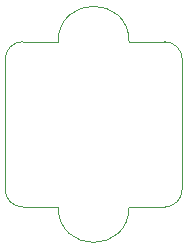
<source format=gm1>
G04 #@! TF.GenerationSoftware,KiCad,Pcbnew,(6.0.7-1)-1*
G04 #@! TF.CreationDate,2024-08-15T11:21:41+03:00*
G04 #@! TF.ProjectId,Ideal_Diode,49646561-6c5f-4446-996f-64652e6b6963,rev?*
G04 #@! TF.SameCoordinates,Original*
G04 #@! TF.FileFunction,Profile,NP*
%FSLAX46Y46*%
G04 Gerber Fmt 4.6, Leading zero omitted, Abs format (unit mm)*
G04 Created by KiCad (PCBNEW (6.0.7-1)-1) date 2024-08-15 11:21:41*
%MOMM*%
%LPD*%
G01*
G04 APERTURE LIST*
G04 #@! TA.AperFunction,Profile*
%ADD10C,0.100000*%
G04 #@! TD*
G04 APERTURE END LIST*
D10*
X163500000Y-90500000D02*
X163500000Y-101500000D01*
X148500000Y-101500000D02*
G75*
G03*
X150000000Y-103000000I1500000J0D01*
G01*
X163500000Y-90500000D02*
G75*
G03*
X162000000Y-89000000I-1500000J0D01*
G01*
X162000000Y-103000000D02*
X159000000Y-103000000D01*
X148500000Y-101500000D02*
X148500000Y-90500000D01*
X150000000Y-89000000D02*
X153000000Y-89000000D01*
X162000000Y-103000000D02*
G75*
G03*
X163500000Y-101500000I0J1500000D01*
G01*
X150000000Y-89000000D02*
G75*
G03*
X148500000Y-90500000I0J-1500000D01*
G01*
X153000000Y-103000000D02*
X150000000Y-103000000D01*
X159000000Y-89000000D02*
G75*
G03*
X153000000Y-89000000I-3000000J0D01*
G01*
X153000000Y-103000000D02*
G75*
G03*
X159000000Y-103000000I3000000J0D01*
G01*
X159000000Y-89000000D02*
X162000000Y-89000000D01*
M02*

</source>
